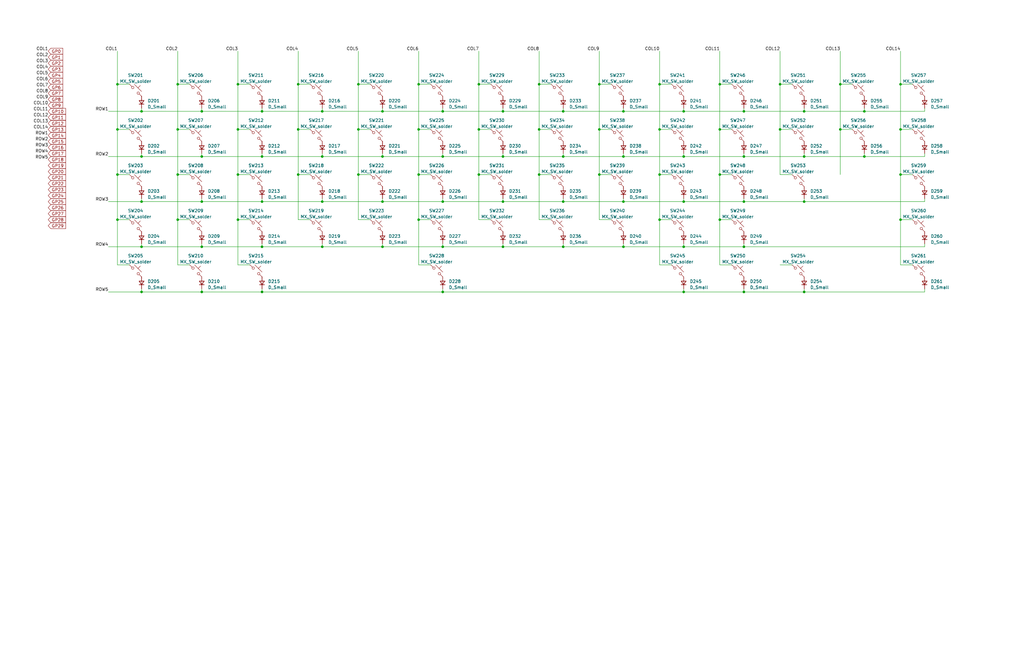
<source format=kicad_sch>
(kicad_sch (version 20231120) (generator "eeschema") (generator_version "8.0")
  (paper "B")
  (lib_symbols
    (symbol "Device:D_Small" (pin_numbers hide) (pin_names (offset 0.254) hide)
      (property "Reference" "D" (at -1.27 2.032 0))
      (property "Value" "D_Small" (at -3.81 -2.032 0))
      (symbol "D_Small_1_1"
        (pin passive line (at -2.54 0 0) (length 1.778) (name "K") (number "1"))
        (pin passive line (at 2.54 0 180) (length 1.778) (name "A") (number "2"))
      )
    )
    (symbol "marbastlib-mx:MX_SW_solder" (pin_numbers hide) (pin_names (offset 1.016) hide)
      (property "Reference" "SW" (at 3.048 1.016 0))
      (property "Value" "MX_SW_solder" (at 0 -3.81 0))
      (symbol "MX_SW_solder_0_1"
        (pin passive line (at -2.54 2.54 0) (length 0) (name "1") (number "1"))
        (pin passive line (at 2.54 -2.54 180) (length 0) (name "2") (number "2"))
      )
    )
  )
  (junction (at 227.33 73.66))
  (junction (at 135.89 85.09))
  (junction (at 303.53 73.66))
  (junction (at 125.73 54.61))
  (junction (at 364.49 46.99))
  (junction (at 151.13 73.66))
  (junction (at 227.33 54.61))
  (junction (at 151.13 54.61))
  (junction (at 151.13 35.56))
  (junction (at 379.73 73.66))
  (junction (at 288.29 66.04))
  (junction (at 278.13 35.56))
  (junction (at 212.09 85.09))
  (junction (at 85.09 66.04))
  (junction (at 354.33 54.61))
  (junction (at 212.09 46.99))
  (junction (at 364.49 66.04))
  (junction (at 339.09 46.99))
  (junction (at 262.89 66.04))
  (junction (at 161.29 85.09))
  (junction (at 186.69 104.14))
  (junction (at 161.29 46.99))
  (junction (at 313.69 123.19))
  (junction (at 262.89 104.14))
  (junction (at 212.09 66.04))
  (junction (at 85.09 85.09))
  (junction (at 176.53 73.66))
  (junction (at 278.13 92.71))
  (junction (at 339.09 66.04))
  (junction (at 161.29 66.04))
  (junction (at 278.13 73.66))
  (junction (at 252.73 54.61))
  (junction (at 288.29 104.14))
  (junction (at 110.49 104.14))
  (junction (at 303.53 92.71))
  (junction (at 237.49 66.04))
  (junction (at 379.73 92.71))
  (junction (at 237.49 46.99))
  (junction (at 59.69 66.04))
  (junction (at 303.53 54.61))
  (junction (at 237.49 85.09))
  (junction (at 237.49 104.14))
  (junction (at 74.93 35.56))
  (junction (at 313.69 85.09))
  (junction (at 212.09 104.14))
  (junction (at 161.29 104.14))
  (junction (at 201.93 35.56))
  (junction (at 125.73 73.66))
  (junction (at 85.09 46.99))
  (junction (at 262.89 46.99))
  (junction (at 328.93 54.61))
  (junction (at 288.29 85.09))
  (junction (at 354.33 35.56))
  (junction (at 74.93 73.66))
  (junction (at 110.49 46.99))
  (junction (at 74.93 92.71))
  (junction (at 85.09 104.14))
  (junction (at 328.93 35.56))
  (junction (at 135.89 66.04))
  (junction (at 110.49 66.04))
  (junction (at 186.69 123.19))
  (junction (at 186.69 46.99))
  (junction (at 176.53 35.56))
  (junction (at 100.33 92.71))
  (junction (at 49.53 92.71))
  (junction (at 100.33 35.56))
  (junction (at 288.29 46.99))
  (junction (at 262.89 85.09))
  (junction (at 100.33 73.66))
  (junction (at 201.93 73.66))
  (junction (at 176.53 92.71))
  (junction (at 339.09 85.09))
  (junction (at 49.53 35.56))
  (junction (at 110.49 85.09))
  (junction (at 74.93 54.61))
  (junction (at 135.89 104.14))
  (junction (at 110.49 123.19))
  (junction (at 59.69 123.19))
  (junction (at 59.69 104.14))
  (junction (at 313.69 46.99))
  (junction (at 49.53 54.61))
  (junction (at 313.69 104.14))
  (junction (at 135.89 46.99))
  (junction (at 176.53 54.61))
  (junction (at 125.73 35.56))
  (junction (at 59.69 85.09))
  (junction (at 85.09 123.19))
  (junction (at 186.69 85.09))
  (junction (at 278.13 54.61))
  (junction (at 59.69 46.99))
  (junction (at 227.33 35.56))
  (junction (at 288.29 123.19))
  (junction (at 379.73 35.56))
  (junction (at 186.69 66.04))
  (junction (at 303.53 35.56))
  (junction (at 379.73 54.61))
  (junction (at 339.09 123.19))
  (junction (at 49.53 73.66))
  (junction (at 252.73 35.56))
  (junction (at 100.33 54.61))
  (junction (at 252.73 73.66))
  (junction (at 201.93 54.61))
  (junction (at 313.69 66.04))
  (wire (pts (xy 125.73 21.59) (xy 125.73 35.56)))
  (wire (pts (xy 151.13 73.66) (xy 156.21 73.66)))
  (wire (pts (xy 100.33 21.59) (xy 100.33 35.56)))
  (wire (pts (xy 237.49 104.14) (xy 237.49 102.87)))
  (wire (pts (xy 227.33 92.71) (xy 227.33 73.66)))
  (wire (pts (xy 110.49 104.14) (xy 135.89 104.14)))
  (wire (pts (xy 59.69 85.09) (xy 85.09 85.09)))
  (wire (pts (xy 237.49 104.14) (xy 262.89 104.14)))
  (wire (pts (xy 186.69 85.09) (xy 212.09 85.09)))
  (wire (pts (xy 379.73 111.76) (xy 379.73 92.71)))
  (wire (pts (xy 201.93 54.61) (xy 201.93 73.66)))
  (wire (pts (xy 262.89 66.04) (xy 262.89 64.77)))
  (wire (pts (xy 186.69 104.14) (xy 186.69 102.87)))
  (wire (pts (xy 135.89 46.99) (xy 161.29 46.99)))
  (wire (pts (xy 379.73 92.71) (xy 379.73 73.66)))
  (wire (pts (xy 100.33 35.56) (xy 105.41 35.56)))
  (wire (pts (xy 161.29 85.09) (xy 186.69 85.09)))
  (wire (pts (xy 85.09 66.04) (xy 110.49 66.04)))
  (wire (pts (xy 313.69 83.82) (xy 313.69 85.09)))
  (wire (pts (xy 278.13 35.56) (xy 283.21 35.56)))
  (wire (pts (xy 151.13 21.59) (xy 151.13 35.56)))
  (wire (pts (xy 237.49 83.82) (xy 237.49 85.09)))
  (wire (pts (xy 59.69 123.19) (xy 59.69 121.92)))
  (wire (pts (xy 212.09 83.82) (xy 212.09 85.09)))
  (wire (pts (xy 288.29 66.04) (xy 288.29 64.77)))
  (wire (pts (xy 135.89 66.04) (xy 161.29 66.04)))
  (wire (pts (xy 110.49 66.04) (xy 110.49 64.77)))
  (wire (pts (xy 384.81 92.71) (xy 379.73 92.71)))
  (wire (pts (xy 379.73 21.59) (xy 379.73 35.56)))
  (wire (pts (xy 201.93 21.59) (xy 201.93 35.56)))
  (wire (pts (xy 212.09 104.14) (xy 237.49 104.14)))
  (wire (pts (xy 45.72 104.14) (xy 59.69 104.14)))
  (wire (pts (xy 313.69 46.99) (xy 339.09 46.99)))
  (wire (pts (xy 212.09 66.04) (xy 237.49 66.04)))
  (wire (pts (xy 49.53 35.56) (xy 54.61 35.56)))
  (wire (pts (xy 252.73 92.71) (xy 252.73 73.66)))
  (wire (pts (xy 278.13 54.61) (xy 278.13 73.66)))
  (wire (pts (xy 156.21 92.71) (xy 151.13 92.71)))
  (wire (pts (xy 125.73 35.56) (xy 130.81 35.56)))
  (wire (pts (xy 252.73 35.56) (xy 257.81 35.56)))
  (wire (pts (xy 207.01 92.71) (xy 201.93 92.71)))
  (wire (pts (xy 110.49 123.19) (xy 186.69 123.19)))
  (wire (pts (xy 59.69 104.14) (xy 59.69 102.87)))
  (wire (pts (xy 252.73 21.59) (xy 252.73 35.56)))
  (wire (pts (xy 334.01 111.76) (xy 328.93 111.76)))
  (wire (pts (xy 237.49 45.72) (xy 237.49 46.99)))
  (wire (pts (xy 384.81 54.61) (xy 379.73 54.61)))
  (wire (pts (xy 339.09 66.04) (xy 364.49 66.04)))
  (wire (pts (xy 85.09 104.14) (xy 110.49 104.14)))
  (wire (pts (xy 110.49 123.19) (xy 110.49 121.92)))
  (wire (pts (xy 176.53 54.61) (xy 176.53 35.56)))
  (wire (pts (xy 389.89 83.82) (xy 389.89 85.09)))
  (wire (pts (xy 232.41 54.61) (xy 227.33 54.61)))
  (wire (pts (xy 262.89 85.09) (xy 288.29 85.09)))
  (wire (pts (xy 59.69 83.82) (xy 59.69 85.09)))
  (wire (pts (xy 186.69 83.82) (xy 186.69 85.09)))
  (wire (pts (xy 237.49 85.09) (xy 262.89 85.09)))
  (wire (pts (xy 313.69 66.04) (xy 339.09 66.04)))
  (wire (pts (xy 135.89 45.72) (xy 135.89 46.99)))
  (wire (pts (xy 313.69 45.72) (xy 313.69 46.99)))
  (wire (pts (xy 328.93 54.61) (xy 328.93 73.66)))
  (wire (pts (xy 283.21 111.76) (xy 278.13 111.76)))
  (wire (pts (xy 59.69 123.19) (xy 85.09 123.19)))
  (wire (pts (xy 110.49 83.82) (xy 110.49 85.09)))
  (wire (pts (xy 59.69 46.99) (xy 85.09 46.99)))
  (wire (pts (xy 186.69 45.72) (xy 186.69 46.99)))
  (wire (pts (xy 49.53 54.61) (xy 49.53 73.66)))
  (wire (pts (xy 262.89 104.14) (xy 288.29 104.14)))
  (wire (pts (xy 288.29 85.09) (xy 313.69 85.09)))
  (wire (pts (xy 227.33 54.61) (xy 227.33 35.56)))
  (wire (pts (xy 207.01 54.61) (xy 201.93 54.61)))
  (wire (pts (xy 176.53 111.76) (xy 176.53 92.71)))
  (wire (pts (xy 45.72 46.99) (xy 59.69 46.99)))
  (wire (pts (xy 80.01 54.61) (xy 74.93 54.61)))
  (wire (pts (xy 125.73 73.66) (xy 130.81 73.66)))
  (wire (pts (xy 161.29 46.99) (xy 186.69 46.99)))
  (wire (pts (xy 74.93 73.66) (xy 80.01 73.66)))
  (wire (pts (xy 278.13 111.76) (xy 278.13 92.71)))
  (wire (pts (xy 110.49 66.04) (xy 135.89 66.04)))
  (wire (pts (xy 186.69 104.14) (xy 212.09 104.14)))
  (wire (pts (xy 328.93 54.61) (xy 328.93 35.56)))
  (wire (pts (xy 364.49 46.99) (xy 389.89 46.99)))
  (wire (pts (xy 354.33 54.61) (xy 354.33 73.66)))
  (wire (pts (xy 303.53 35.56) (xy 308.61 35.56)))
  (wire (pts (xy 288.29 123.19) (xy 288.29 121.92)))
  (wire (pts (xy 80.01 111.76) (xy 74.93 111.76)))
  (wire (pts (xy 389.89 123.19) (xy 389.89 121.92)))
  (wire (pts (xy 59.69 104.14) (xy 85.09 104.14)))
  (wire (pts (xy 100.33 111.76) (xy 100.33 92.71)))
  (wire (pts (xy 49.53 111.76) (xy 49.53 92.71)))
  (wire (pts (xy 308.61 54.61) (xy 303.53 54.61)))
  (wire (pts (xy 85.09 45.72) (xy 85.09 46.99)))
  (wire (pts (xy 186.69 66.04) (xy 212.09 66.04)))
  (wire (pts (xy 339.09 66.04) (xy 339.09 64.77)))
  (wire (pts (xy 278.13 73.66) (xy 283.21 73.66)))
  (wire (pts (xy 100.33 73.66) (xy 105.41 73.66)))
  (wire (pts (xy 384.81 111.76) (xy 379.73 111.76)))
  (wire (pts (xy 303.53 92.71) (xy 303.53 73.66)))
  (wire (pts (xy 186.69 123.19) (xy 186.69 121.92)))
  (wire (pts (xy 313.69 104.14) (xy 389.89 104.14)))
  (wire (pts (xy 85.09 85.09) (xy 110.49 85.09)))
  (wire (pts (xy 105.41 92.71) (xy 100.33 92.71)))
  (wire (pts (xy 262.89 46.99) (xy 288.29 46.99)))
  (wire (pts (xy 135.89 104.14) (xy 161.29 104.14)))
  (wire (pts (xy 74.93 92.71) (xy 74.93 73.66)))
  (wire (pts (xy 54.61 54.61) (xy 49.53 54.61)))
  (wire (pts (xy 227.33 73.66) (xy 232.41 73.66)))
  (wire (pts (xy 339.09 83.82) (xy 339.09 85.09)))
  (wire (pts (xy 49.53 54.61) (xy 49.53 35.56)))
  (wire (pts (xy 303.53 111.76) (xy 303.53 92.71)))
  (wire (pts (xy 339.09 46.99) (xy 364.49 46.99)))
  (wire (pts (xy 288.29 45.72) (xy 288.29 46.99)))
  (wire (pts (xy 49.53 92.71) (xy 49.53 73.66)))
  (wire (pts (xy 257.81 92.71) (xy 252.73 92.71)))
  (wire (pts (xy 237.49 66.04) (xy 262.89 66.04)))
  (wire (pts (xy 227.33 54.61) (xy 227.33 73.66)))
  (wire (pts (xy 151.13 92.71) (xy 151.13 73.66)))
  (wire (pts (xy 359.41 54.61) (xy 354.33 54.61)))
  (wire (pts (xy 186.69 123.19) (xy 288.29 123.19)))
  (wire (pts (xy 74.93 54.61) (xy 74.93 73.66)))
  (wire (pts (xy 308.61 111.76) (xy 303.53 111.76)))
  (wire (pts (xy 54.61 111.76) (xy 49.53 111.76)))
  (wire (pts (xy 85.09 104.14) (xy 85.09 102.87)))
  (wire (pts (xy 212.09 45.72) (xy 212.09 46.99)))
  (wire (pts (xy 110.49 46.99) (xy 135.89 46.99)))
  (wire (pts (xy 74.93 54.61) (xy 74.93 35.56)))
  (wire (pts (xy 161.29 66.04) (xy 161.29 64.77)))
  (wire (pts (xy 100.33 54.61) (xy 100.33 35.56)))
  (wire (pts (xy 339.09 123.19) (xy 389.89 123.19)))
  (wire (pts (xy 303.53 54.61) (xy 303.53 73.66)))
  (wire (pts (xy 100.33 54.61) (xy 100.33 73.66)))
  (wire (pts (xy 74.93 35.56) (xy 80.01 35.56)))
  (wire (pts (xy 364.49 45.72) (xy 364.49 46.99)))
  (wire (pts (xy 130.81 54.61) (xy 125.73 54.61)))
  (wire (pts (xy 278.13 92.71) (xy 278.13 73.66)))
  (wire (pts (xy 262.89 66.04) (xy 288.29 66.04)))
  (wire (pts (xy 85.09 123.19) (xy 85.09 121.92)))
  (wire (pts (xy 176.53 35.56) (xy 181.61 35.56)))
  (wire (pts (xy 379.73 35.56) (xy 384.81 35.56)))
  (wire (pts (xy 49.53 21.59) (xy 49.53 35.56)))
  (wire (pts (xy 201.93 35.56) (xy 207.01 35.56)))
  (wire (pts (xy 151.13 54.61) (xy 151.13 35.56)))
  (wire (pts (xy 110.49 45.72) (xy 110.49 46.99)))
  (wire (pts (xy 161.29 104.14) (xy 161.29 102.87)))
  (wire (pts (xy 288.29 123.19) (xy 313.69 123.19)))
  (wire (pts (xy 74.93 21.59) (xy 74.93 35.56)))
  (wire (pts (xy 176.53 92.71) (xy 176.53 73.66)))
  (wire (pts (xy 135.89 83.82) (xy 135.89 85.09)))
  (wire (pts (xy 110.49 104.14) (xy 110.49 102.87)))
  (wire (pts (xy 237.49 66.04) (xy 237.49 64.77)))
  (wire (pts (xy 212.09 66.04) (xy 212.09 64.77)))
  (wire (pts (xy 328.93 35.56) (xy 334.01 35.56)))
  (wire (pts (xy 262.89 83.82) (xy 262.89 85.09)))
  (wire (pts (xy 105.41 111.76) (xy 100.33 111.76)))
  (wire (pts (xy 125.73 54.61) (xy 125.73 73.66)))
  (wire (pts (xy 227.33 35.56) (xy 232.41 35.56)))
  (wire (pts (xy 227.33 21.59) (xy 227.33 35.56)))
  (wire (pts (xy 130.81 92.71) (xy 125.73 92.71)))
  (wire (pts (xy 85.09 83.82) (xy 85.09 85.09)))
  (wire (pts (xy 379.73 54.61) (xy 379.73 35.56)))
  (wire (pts (xy 176.53 73.66) (xy 181.61 73.66)))
  (wire (pts (xy 151.13 35.56) (xy 156.21 35.56)))
  (wire (pts (xy 161.29 45.72) (xy 161.29 46.99)))
  (wire (pts (xy 85.09 46.99) (xy 110.49 46.99)))
  (wire (pts (xy 49.53 73.66) (xy 54.61 73.66)))
  (wire (pts (xy 303.53 54.61) (xy 303.53 35.56)))
  (wire (pts (xy 288.29 66.04) (xy 313.69 66.04)))
  (wire (pts (xy 45.72 123.19) (xy 59.69 123.19)))
  (wire (pts (xy 288.29 46.99) (xy 313.69 46.99)))
  (wire (pts (xy 176.53 54.61) (xy 176.53 73.66)))
  (wire (pts (xy 212.09 85.09) (xy 237.49 85.09)))
  (wire (pts (xy 59.69 66.04) (xy 85.09 66.04)))
  (wire (pts (xy 288.29 104.14) (xy 313.69 104.14)))
  (wire (pts (xy 212.09 46.99) (xy 237.49 46.99)))
  (wire (pts (xy 135.89 85.09) (xy 161.29 85.09)))
  (wire (pts (xy 354.33 21.59) (xy 354.33 35.56)))
  (wire (pts (xy 303.53 21.59) (xy 303.53 35.56)))
  (wire (pts (xy 354.33 54.61) (xy 354.33 35.56)))
  (wire (pts (xy 176.53 21.59) (xy 176.53 35.56)))
  (wire (pts (xy 105.41 54.61) (xy 100.33 54.61)))
  (wire (pts (xy 237.49 46.99) (xy 262.89 46.99)))
  (wire (pts (xy 313.69 66.04) (xy 313.69 64.77)))
  (wire (pts (xy 186.69 46.99) (xy 212.09 46.99)))
  (wire (pts (xy 389.89 45.72) (xy 389.89 46.99)))
  (wire (pts (xy 364.49 66.04) (xy 389.89 66.04)))
  (wire (pts (xy 257.81 54.61) (xy 252.73 54.61)))
  (wire (pts (xy 181.61 111.76) (xy 176.53 111.76)))
  (wire (pts (xy 74.93 111.76) (xy 74.93 92.71)))
  (wire (pts (xy 54.61 92.71) (xy 49.53 92.71)))
  (wire (pts (xy 313.69 123.19) (xy 339.09 123.19)))
  (wire (pts (xy 161.29 104.14) (xy 186.69 104.14)))
  (wire (pts (xy 59.69 66.04) (xy 59.69 64.77)))
  (wire (pts (xy 379.73 73.66) (xy 384.81 73.66)))
  (wire (pts (xy 313.69 104.14) (xy 313.69 102.87)))
  (wire (pts (xy 80.01 92.71) (xy 74.93 92.71)))
  (wire (pts (xy 379.73 54.61) (xy 379.73 73.66)))
  (wire (pts (xy 313.69 123.19) (xy 313.69 121.92)))
  (wire (pts (xy 135.89 104.14) (xy 135.89 102.87)))
  (wire (pts (xy 278.13 54.61) (xy 278.13 35.56)))
  (wire (pts (xy 334.01 54.61) (xy 328.93 54.61)))
  (wire (pts (xy 232.41 92.71) (xy 227.33 92.71)))
  (wire (pts (xy 288.29 104.14) (xy 288.29 102.87)))
  (wire (pts (xy 389.89 104.14) (xy 389.89 102.87)))
  (wire (pts (xy 45.72 66.04) (xy 59.69 66.04)))
  (wire (pts (xy 389.89 66.04) (xy 389.89 64.77)))
  (wire (pts (xy 186.69 66.04) (xy 186.69 64.77)))
  (wire (pts (xy 308.61 92.71) (xy 303.53 92.71)))
  (wire (pts (xy 156.21 54.61) (xy 151.13 54.61)))
  (wire (pts (xy 212.09 104.14) (xy 212.09 102.87)))
  (wire (pts (xy 201.93 54.61) (xy 201.93 35.56)))
  (wire (pts (xy 59.69 45.72) (xy 59.69 46.99)))
  (wire (pts (xy 252.73 73.66) (xy 257.81 73.66)))
  (wire (pts (xy 181.61 92.71) (xy 176.53 92.71)))
  (wire (pts (xy 339.09 123.19) (xy 339.09 121.92)))
  (wire (pts (xy 364.49 66.04) (xy 364.49 64.77)))
  (wire (pts (xy 151.13 54.61) (xy 151.13 73.66)))
  (wire (pts (xy 339.09 85.09) (xy 389.89 85.09)))
  (wire (pts (xy 288.29 83.82) (xy 288.29 85.09)))
  (wire (pts (xy 201.93 73.66) (xy 207.01 73.66)))
  (wire (pts (xy 303.53 73.66) (xy 308.61 73.66)))
  (wire (pts (xy 252.73 54.61) (xy 252.73 73.66)))
  (wire (pts (xy 125.73 54.61) (xy 125.73 35.56)))
  (wire (pts (xy 100.33 92.71) (xy 100.33 73.66)))
  (wire (pts (xy 262.89 45.72) (xy 262.89 46.99)))
  (wire (pts (xy 313.69 85.09) (xy 339.09 85.09)))
  (wire (pts (xy 201.93 92.71) (xy 201.93 73.66)))
  (wire (pts (xy 125.73 92.71) (xy 125.73 73.66)))
  (wire (pts (xy 110.49 85.09) (xy 135.89 85.09)))
  (wire (pts (xy 328.93 73.66) (xy 334.01 73.66)))
  (wire (pts (xy 85.09 123.19) (xy 110.49 123.19)))
  (wire (pts (xy 85.09 66.04) (xy 85.09 64.77)))
  (wire (pts (xy 135.89 66.04) (xy 135.89 64.77)))
  (wire (pts (xy 161.29 83.82) (xy 161.29 85.09)))
  (wire (pts (xy 278.13 21.59) (xy 278.13 35.56)))
  (wire (pts (xy 181.61 54.61) (xy 176.53 54.61)))
  (wire (pts (xy 45.72 85.09) (xy 59.69 85.09)))
  (wire (pts (xy 252.73 54.61) (xy 252.73 35.56)))
  (wire (pts (xy 283.21 54.61) (xy 278.13 54.61)))
  (wire (pts (xy 262.89 104.14) (xy 262.89 102.87)))
  (wire (pts (xy 354.33 35.56) (xy 359.41 35.56)))
  (wire (pts (xy 283.21 92.71) (xy 278.13 92.71)))
  (wire (pts (xy 328.93 21.59) (xy 328.93 35.56)))
  (wire (pts (xy 161.29 66.04) (xy 186.69 66.04)))
  (wire (pts (xy 339.09 45.72) (xy 339.09 46.99)))
  (label "COL1" (at 20.32 21.59 180))
  (label "ROW2" (at 45.72 66.04 180))
  (label "COL11" (at 20.32 46.99 180))
  (label "COL2" (at 20.32 24.13 180))
  (label "COL13" (at 20.32 52.07 180))
  (label "COL12" (at 328.93 21.59 180))
  (label "ROW2" (at 20.32 59.69 180))
  (label "COL2" (at 74.93 21.59 180))
  (label "COL4" (at 125.73 21.59 180))
  (label "COL5" (at 151.13 21.59 180))
  (label "COL9" (at 20.32 41.91 180))
  (label "ROW4" (at 45.72 104.14 180))
  (label "ROW3" (at 20.32 62.23 180))
  (label "COL13" (at 354.33 21.59 180))
  (label "COL14" (at 20.32 54.61 180))
  (label "COL6" (at 176.53 21.59 180))
  (label "ROW1" (at 45.72 46.99 180))
  (label "COL4" (at 20.32 29.21 180))
  (label "COL9" (at 252.73 21.59 180))
  (label "COL12" (at 20.32 49.53 180))
  (label "COL11" (at 303.53 21.59 180))
  (label "COL7" (at 201.93 21.59 180))
  (label "COL1" (at 49.53 21.59 180))
  (label "COL8" (at 20.32 39.37 180))
  (label "COL7" (at 20.32 36.83 180))
  (label "COL3" (at 100.33 21.59 180))
  (label "ROW5" (at 45.72 123.19 180))
  (label "ROW4" (at 20.32 64.77 180))
  (label "ROW1" (at 20.32 57.15 180))
  (label "COL10" (at 20.32 44.45 180))
  (label "COL6" (at 20.32 34.29 180))
  (label "COL3" (at 20.32 26.67 180))
  (label "COL8" (at 227.33 21.59 180))
  (label "COL10" (at 278.13 21.59 180))
  (label "ROW5" (at 20.32 67.31 180))
  (label "COL14" (at 379.73 21.59 180))
  (label "ROW3" (at 45.72 85.09 180))
  (label "COL5" (at 20.32 31.75 180))
  (global_label "GP18" (shape input) (at 20.32 67.31 0) (property "Intersheetrefs" "${INTERSHEET_REFS}" (effects (hide yes))))
  (global_label "GP15" (shape input) (at 20.32 59.69 0) (property "Intersheetrefs" "${INTERSHEET_REFS}" (effects (hide yes))))
  (global_label "GP6" (shape input) (at 20.32 36.83 0) (property "Intersheetrefs" "${INTERSHEET_REFS}" (effects (hide yes))))
  (global_label "GP13" (shape input) (at 20.32 54.61 0) (property "Intersheetrefs" "${INTERSHEET_REFS}" (effects (hide yes))))
  (global_label "GP12" (shape input) (at 20.32 52.07 0) (property "Intersheetrefs" "${INTERSHEET_REFS}" (effects (hide yes))))
  (global_label "GP7" (shape input) (at 20.32 39.37 0) (property "Intersheetrefs" "${INTERSHEET_REFS}" (effects (hide yes))))
  (global_label "GP14" (shape input) (at 20.32 57.15 0) (property "Intersheetrefs" "${INTERSHEET_REFS}" (effects (hide yes))))
  (global_label "GP23" (shape input) (at 20.32 80.01 0) (property "Intersheetrefs" "${INTERSHEET_REFS}" (effects (hide yes))))
  (global_label "GP11" (shape input) (at 20.32 49.53 0) (property "Intersheetrefs" "${INTERSHEET_REFS}" (effects (hide yes))))
  (global_label "GP22" (shape input) (at 20.32 77.47 0) (property "Intersheetrefs" "${INTERSHEET_REFS}" (effects (hide yes))))
  (global_label "GP29" (shape input) (at 20.32 95.25 0) (property "Intersheetrefs" "${INTERSHEET_REFS}" (effects (hide yes))))
  (global_label "GP3" (shape input) (at 20.32 29.21 0) (property "Intersheetrefs" "${INTERSHEET_REFS}" (effects (hide yes))))
  (global_label "GP26" (shape input) (at 20.32 87.63 0) (property "Intersheetrefs" "${INTERSHEET_REFS}" (effects (hide yes))))
  (global_label "GP16" (shape input) (at 20.32 62.23 0) (property "Intersheetrefs" "${INTERSHEET_REFS}" (effects (hide yes))))
  (global_label "GP20" (shape input) (at 20.32 72.39 0) (property "Intersheetrefs" "${INTERSHEET_REFS}" (effects (hide yes))))
  (global_label "GP28" (shape input) (at 20.32 92.71 0) (property "Intersheetrefs" "${INTERSHEET_REFS}" (effects (hide yes))))
  (global_label "GP21" (shape input) (at 20.32 74.93 0) (property "Intersheetrefs" "${INTERSHEET_REFS}" (effects (hide yes))))
  (global_label "GP1" (shape input) (at 20.32 24.13 0) (property "Intersheetrefs" "${INTERSHEET_REFS}" (effects (hide yes))))
  (global_label "GP2" (shape input) (at 20.32 26.67 0) (property "Intersheetrefs" "${INTERSHEET_REFS}" (effects (hide yes))))
  (global_label "GP24" (shape input) (at 20.32 82.55 0) (property "Intersheetrefs" "${INTERSHEET_REFS}" (effects (hide yes))))
  (global_label "GP17" (shape input) (at 20.32 64.77 0) (property "Intersheetrefs" "${INTERSHEET_REFS}" (effects (hide yes))))
  (global_label "GP5" (shape input) (at 20.32 34.29 0) (property "Intersheetrefs" "${INTERSHEET_REFS}" (effects (hide yes))))
  (global_label "GP8" (shape input) (at 20.32 41.91 0) (property "Intersheetrefs" "${INTERSHEET_REFS}" (effects (hide yes))))
  (global_label "GP25" (shape input) (at 20.32 85.09 0) (property "Intersheetrefs" "${INTERSHEET_REFS}" (effects (hide yes))))
  (global_label "GP4" (shape input) (at 20.32 31.75 0) (property "Intersheetrefs" "${INTERSHEET_REFS}" (effects (hide yes))))
  (global_label "GP0" (shape input) (at 20.32 21.59 0) (property "Intersheetrefs" "${INTERSHEET_REFS}" (effects (hide yes))))
  (global_label "GP9" (shape input) (at 20.32 44.45 0) (property "Intersheetrefs" "${INTERSHEET_REFS}" (effects (hide yes))))
  (global_label "GP10" (shape input) (at 20.32 46.99 0) (property "Intersheetrefs" "${INTERSHEET_REFS}" (effects (hide yes))))
  (global_label "GP27" (shape input) (at 20.32 90.17 0) (property "Intersheetrefs" "${INTERSHEET_REFS}" (effects (hide yes))))
  (global_label "GP19" (shape input) (at 20.32 69.85 0) (property "Intersheetrefs" "${INTERSHEET_REFS}" (effects (hide yes))))
  (symbol (lib_id "Device:D_Small") (at 85.09 100.33 90) (unit 1)
    (property "Reference" "D209" (at 87.63 99.695 90) (effects (justify right)))
    (property "Value" "D_Small" (at 87.63 102.235 90) (effects (justify right)))
    (property "Footprint" "Diode_SMD:D_SOD-123" (effects (hide yes)))
    (property "Sim.Device" "D" (effects (hide yes)))
    (property "Sim.Pins" "1=K 2=A" (effects (hide yes)))
    (property "LCSC" "C81598" (effects (hide yes)))
  )
  (symbol (lib_id "Device:D_Small") (at 186.69 81.28 90) (unit 1)
    (property "Reference" "D226" (at 189.23 80.645 90) (effects (justify right)))
    (property "Value" "D_Small" (at 189.23 83.185 90) (effects (justify right)))
    (property "Footprint" "Diode_SMD:D_SOD-123" (effects (hide yes)))
    (property "Sim.Device" "D" (effects (hide yes)))
    (property "Sim.Pins" "1=K 2=A" (effects (hide yes)))
    (property "LCSC" "C81598" (effects (hide yes)))
  )
  (symbol (lib_id "Device:D_Small") (at 110.49 43.18 90) (unit 1)
    (property "Reference" "D211" (at 113.03 42.545 90) (effects (justify right)))
    (property "Value" "D_Small" (at 113.03 45.085 90) (effects (justify right)))
    (property "Footprint" "Diode_SMD:D_SOD-123" (effects (hide yes)))
    (property "Sim.Device" "D" (effects (hide yes)))
    (property "Sim.Pins" "1=K 2=A" (effects (hide yes)))
    (property "LCSC" "C81598" (effects (hide yes)))
  )
  (symbol (lib_id "Device:D_Small") (at 186.69 43.18 90) (unit 1)
    (property "Reference" "D224" (at 189.23 42.545 90) (effects (justify right)))
    (property "Value" "D_Small" (at 189.23 45.085 90) (effects (justify right)))
    (property "Footprint" "Diode_SMD:D_SOD-123" (effects (hide yes)))
    (property "Sim.Device" "D" (effects (hide yes)))
    (property "Sim.Pins" "1=K 2=A" (effects (hide yes)))
    (property "LCSC" "C81598" (effects (hide yes)))
  )
  (symbol (lib_id "Device:D_Small") (at 262.89 81.28 90) (unit 1)
    (property "Reference" "D239" (at 265.43 80.645 90) (effects (justify right)))
    (property "Value" "D_Small" (at 265.43 83.185 90) (effects (justify right)))
    (property "Footprint" "Diode_SMD:D_SOD-123" (effects (hide yes)))
    (property "Sim.Device" "D" (effects (hide yes)))
    (property "Sim.Pins" "1=K 2=A" (effects (hide yes)))
    (property "LCSC" "C81598" (effects (hide yes)))
  )
  (symbol (lib_id "marbastlib-mx:MX_SW_solder") (at 82.55 114.3 0) (unit 1)
    (property "Reference" "SW210" (at 82.55 107.95 0))
    (property "Value" "MX_SW_solder" (at 82.55 110.49 0))
    (property "Footprint" "marbastlib-mx:SW_MX_1u" (effects (hide yes)))
  )
  (symbol (lib_id "marbastlib-mx:MX_SW_solder") (at 184.15 38.1 0) (unit 1)
    (property "Reference" "SW224" (at 184.15 31.75 0))
    (property "Value" "MX_SW_solder" (at 184.15 34.29 0))
    (property "Footprint" "marbastlib-mx:SW_MX_1u" (effects (hide yes)))
  )
  (symbol (lib_id "Device:D_Small") (at 389.89 100.33 90) (unit 1)
    (property "Reference" "D260" (at 392.43 99.695 90) (effects (justify right)))
    (property "Value" "D_Small" (at 392.43 102.235 90) (effects (justify right)))
    (property "Footprint" "Diode_SMD:D_SOD-123" (effects (hide yes)))
    (property "Sim.Device" "D" (effects (hide yes)))
    (property "Sim.Pins" "1=K 2=A" (effects (hide yes)))
    (property "LCSC" "C81598" (effects (hide yes)))
  )
  (symbol (lib_id "marbastlib-mx:MX_SW_solder") (at 260.35 57.15 0) (unit 1)
    (property "Reference" "SW238" (at 260.35 50.8 0))
    (property "Value" "MX_SW_solder" (at 260.35 53.34 0))
    (property "Footprint" "marbastlib-mx:SW_MX_1u" (effects (hide yes)))
  )
  (symbol (lib_id "marbastlib-mx:MX_SW_solder") (at 209.55 57.15 0) (unit 1)
    (property "Reference" "SW230" (at 209.55 50.8 0))
    (property "Value" "MX_SW_solder" (at 209.55 53.34 0))
    (property "Footprint" "marbastlib-mx:SW_MX_1u" (effects (hide yes)))
  )
  (symbol (lib_id "marbastlib-mx:MX_SW_solder") (at 209.55 38.1 0) (unit 1)
    (property "Reference" "SW229" (at 209.55 31.75 0))
    (property "Value" "MX_SW_solder" (at 209.55 34.29 0))
    (property "Footprint" "marbastlib-mx:SW_MX_1u" (effects (hide yes)))
  )
  (symbol (lib_id "Device:D_Small") (at 288.29 62.23 90) (unit 1)
    (property "Reference" "D242" (at 290.83 61.595 90) (effects (justify right)))
    (property "Value" "D_Small" (at 290.83 64.135 90) (effects (justify right)))
    (property "Footprint" "Diode_SMD:D_SOD-123" (effects (hide yes)))
    (property "Sim.Device" "D" (effects (hide yes)))
    (property "Sim.Pins" "1=K 2=A" (effects (hide yes)))
    (property "LCSC" "C81598" (effects (hide yes)))
  )
  (symbol (lib_id "marbastlib-mx:MX_SW_solder") (at 57.15 38.1 0) (unit 1)
    (property "Reference" "SW201" (at 57.15 31.75 0))
    (property "Value" "MX_SW_solder" (at 57.15 34.29 0))
    (property "Footprint" "marbastlib-mx:SW_MX_1u" (effects (hide yes)))
  )
  (symbol (lib_id "marbastlib-mx:MX_SW_solder") (at 311.15 114.3 0) (unit 1)
    (property "Reference" "SW250" (at 311.15 107.95 0))
    (property "Value" "MX_SW_solder" (at 311.15 110.49 0))
    (property "Footprint" "marbastlib-mx:SW_MX_1u" (effects (hide yes)))
  )
  (symbol (lib_id "Device:D_Small") (at 364.49 43.18 90) (unit 1)
    (property "Reference" "D255" (at 367.03 42.545 90) (effects (justify right)))
    (property "Value" "D_Small" (at 367.03 45.085 90) (effects (justify right)))
    (property "Footprint" "Diode_SMD:D_SOD-123" (effects (hide yes)))
    (property "Sim.Device" "D" (effects (hide yes)))
    (property "Sim.Pins" "1=K 2=A" (effects (hide yes)))
    (property "LCSC" "C81598" (effects (hide yes)))
  )
  (symbol (lib_id "Device:D_Small") (at 212.09 43.18 90) (unit 1)
    (property "Reference" "D229" (at 214.63 42.545 90) (effects (justify right)))
    (property "Value" "D_Small" (at 214.63 45.085 90) (effects (justify right)))
    (property "Footprint" "Diode_SMD:D_SOD-123" (effects (hide yes)))
    (property "Sim.Device" "D" (effects (hide yes)))
    (property "Sim.Pins" "1=K 2=A" (effects (hide yes)))
    (property "LCSC" "C81598" (effects (hide yes)))
  )
  (symbol (lib_id "Device:D_Small") (at 186.69 119.38 90) (unit 1)
    (property "Reference" "D228" (at 189.23 118.745 90) (effects (justify right)))
    (property "Value" "D_Small" (at 189.23 121.285 90) (effects (justify right)))
    (property "Footprint" "Diode_SMD:D_SOD-123" (effects (hide yes)))
    (property "Sim.Device" "D" (effects (hide yes)))
    (property "Sim.Pins" "1=K 2=A" (effects (hide yes)))
    (property "LCSC" "C81598" (effects (hide yes)))
  )
  (symbol (lib_id "marbastlib-mx:MX_SW_solder") (at 387.35 114.3 0) (unit 1)
    (property "Reference" "SW261" (at 387.35 107.95 0))
    (property "Value" "MX_SW_solder" (at 387.35 110.49 0))
    (property "Footprint" "marbastlib-mx:SW_MX_1u" (effects (hide yes)))
  )
  (symbol (lib_id "Device:D_Small") (at 262.89 100.33 90) (unit 1)
    (property "Reference" "D240" (at 265.43 99.695 90) (effects (justify right)))
    (property "Value" "D_Small" (at 265.43 102.235 90) (effects (justify right)))
    (property "Footprint" "Diode_SMD:D_SOD-123" (effects (hide yes)))
    (property "Sim.Device" "D" (effects (hide yes)))
    (property "Sim.Pins" "1=K 2=A" (effects (hide yes)))
    (property "LCSC" "C81598" (effects (hide yes)))
  )
  (symbol (lib_id "Device:D_Small") (at 313.69 43.18 90) (unit 1)
    (property "Reference" "D246" (at 316.23 42.545 90) (effects (justify right)))
    (property "Value" "D_Small" (at 316.23 45.085 90) (effects (justify right)))
    (property "Footprint" "Diode_SMD:D_SOD-123" (effects (hide yes)))
    (property "Sim.Device" "D" (effects (hide yes)))
    (property "Sim.Pins" "1=K 2=A" (effects (hide yes)))
    (property "LCSC" "C81598" (effects (hide yes)))
  )
  (symbol (lib_id "Device:D_Small") (at 110.49 62.23 90) (unit 1)
    (property "Reference" "D212" (at 113.03 61.595 90) (effects (justify right)))
    (property "Value" "D_Small" (at 113.03 64.135 90) (effects (justify right)))
    (property "Footprint" "Diode_SMD:D_SOD-123" (effects (hide yes)))
    (property "Sim.Device" "D" (effects (hide yes)))
    (property "Sim.Pins" "1=K 2=A" (effects (hide yes)))
    (property "LCSC" "C81598" (effects (hide yes)))
  )
  (symbol (lib_id "Device:D_Small") (at 313.69 62.23 90) (unit 1)
    (property "Reference" "D247" (at 316.23 61.595 90) (effects (justify right)))
    (property "Value" "D_Small" (at 316.23 64.135 90) (effects (justify right)))
    (property "Footprint" "Diode_SMD:D_SOD-123" (effects (hide yes)))
    (property "Sim.Device" "D" (effects (hide yes)))
    (property "Sim.Pins" "1=K 2=A" (effects (hide yes)))
    (property "LCSC" "C81598" (effects (hide yes)))
  )
  (symbol (lib_id "Device:D_Small") (at 135.89 81.28 90) (unit 1)
    (property "Reference" "D218" (at 138.43 80.645 90) (effects (justify right)))
    (property "Value" "D_Small" (at 138.43 83.185 90) (effects (justify right)))
    (property "Footprint" "Diode_SMD:D_SOD-123" (effects (hide yes)))
    (property "Sim.Device" "D" (effects (hide yes)))
    (property "Sim.Pins" "1=K 2=A" (effects (hide yes)))
    (property "LCSC" "C81598" (effects (hide yes)))
  )
  (symbol (lib_id "marbastlib-mx:MX_SW_solder") (at 387.35 57.15 0) (unit 1)
    (property "Reference" "SW258" (at 387.35 50.8 0))
    (property "Value" "MX_SW_solder" (at 387.35 53.34 0))
    (property "Footprint" "marbastlib-mx:SW_MX_1u" (effects (hide yes)))
  )
  (symbol (lib_id "Device:D_Small") (at 313.69 100.33 90) (unit 1)
    (property "Reference" "D249" (at 316.23 99.695 90) (effects (justify right)))
    (property "Value" "D_Small" (at 316.23 102.235 90) (effects (justify right)))
    (property "Footprint" "Diode_SMD:D_SOD-123" (effects (hide yes)))
    (property "Sim.Device" "D" (effects (hide yes)))
    (property "Sim.Pins" "1=K 2=A" (effects (hide yes)))
    (property "LCSC" "C81598" (effects (hide yes)))
  )
  (symbol (lib_id "marbastlib-mx:MX_SW_solder") (at 311.15 76.2 0) (unit 1)
    (property "Reference" "SW248" (at 311.15 69.85 0))
    (property "Value" "MX_SW_solder" (at 311.15 72.39 0))
    (property "Footprint" "marbastlib-mx:SW_MX_1u" (effects (hide yes)))
  )
  (symbol (lib_id "marbastlib-mx:MX_SW_solder") (at 184.15 114.3 0) (unit 1)
    (property "Reference" "SW228" (at 184.15 107.95 0))
    (property "Value" "MX_SW_solder" (at 184.15 110.49 0))
    (property "Footprint" "marbastlib-mx:SW_MX_1u" (effects (hide yes)))
  )
  (symbol (lib_id "Device:D_Small") (at 161.29 43.18 90) (unit 1)
    (property "Reference" "D220" (at 163.83 42.545 90) (effects (justify right)))
    (property "Value" "D_Small" (at 163.83 45.085 90) (effects (justify right)))
    (property "Footprint" "Diode_SMD:D_SOD-123" (effects (hide yes)))
    (property "Sim.Device" "D" (effects (hide yes)))
    (property "Sim.Pins" "1=K 2=A" (effects (hide yes)))
    (property "LCSC" "C81598" (effects (hide yes)))
  )
  (symbol (lib_id "marbastlib-mx:MX_SW_solder") (at 82.55 38.1 0) (unit 1)
    (property "Reference" "SW206" (at 82.55 31.75 0))
    (property "Value" "MX_SW_solder" (at 82.55 34.29 0))
    (property "Footprint" "marbastlib-mx:SW_MX_1u" (effects (hide yes)))
  )
  (symbol (lib_id "Device:D_Small") (at 313.69 119.38 90) (unit 1)
    (property "Reference" "D250" (at 316.23 118.745 90) (effects (justify right)))
    (property "Value" "D_Small" (at 316.23 121.285 90) (effects (justify right)))
    (property "Footprint" "Diode_SMD:D_SOD-123" (effects (hide yes)))
    (property "Sim.Device" "D" (effects (hide yes)))
    (property "Sim.Pins" "1=K 2=A" (effects (hide yes)))
    (property "LCSC" "C81598" (effects (hide yes)))
  )
  (symbol (lib_id "marbastlib-mx:MX_SW_solder") (at 57.15 57.15 0) (unit 1)
    (property "Reference" "SW202" (at 57.15 50.8 0))
    (property "Value" "MX_SW_solder" (at 57.15 53.34 0))
    (property "Footprint" "marbastlib-mx:SW_MX_1u" (effects (hide yes)))
  )
  (symbol (lib_id "marbastlib-mx:MX_SW_solder") (at 285.75 76.2 0) (unit 1)
    (property "Reference" "SW243" (at 285.75 69.85 0))
    (property "Value" "MX_SW_solder" (at 285.75 72.39 0))
    (property "Footprint" "marbastlib-mx:SW_MX_1u" (effects (hide yes)))
  )
  (symbol (lib_id "marbastlib-mx:MX_SW_solder") (at 336.55 38.1 0) (unit 1)
    (property "Reference" "SW251" (at 336.55 31.75 0))
    (property "Value" "MX_SW_solder" (at 336.55 34.29 0))
    (property "Footprint" "marbastlib-mx:SW_MX_1u" (effects (hide yes)))
  )
  (symbol (lib_id "marbastlib-mx:MX_SW_solder") (at 387.35 76.2 0) (unit 1)
    (property "Reference" "SW259" (at 387.35 69.85 0))
    (property "Value" "MX_SW_solder" (at 387.35 72.39 0))
    (property "Footprint" "marbastlib-mx:SW_MX_1u" (effects (hide yes)))
  )
  (symbol (lib_id "marbastlib-mx:MX_SW_solder") (at 57.15 95.25 0) (unit 1)
    (property "Reference" "SW204" (at 57.15 88.9 0))
    (property "Value" "MX_SW_solder" (at 57.15 91.44 0))
    (property "Footprint" "marbastlib-mx:SW_MX_1u" (effects (hide yes)))
  )
  (symbol (lib_id "Device:D_Small") (at 135.89 62.23 90) (unit 1)
    (property "Reference" "D217" (at 138.43 61.595 90) (effects (justify right)))
    (property "Value" "D_Small" (at 138.43 64.135 90) (effects (justify right)))
    (property "Footprint" "Diode_SMD:D_SOD-123" (effects (hide yes)))
    (property "Sim.Device" "D" (effects (hide yes)))
    (property "Sim.Pins" "1=K 2=A" (effects (hide yes)))
    (property "LCSC" "C81598" (effects (hide yes)))
  )
  (symbol (lib_id "Device:D_Small") (at 237.49 43.18 90) (unit 1)
    (property "Reference" "D233" (at 240.03 42.545 90) (effects (justify right)))
    (property "Value" "D_Small" (at 240.03 45.085 90) (effects (justify right)))
    (property "Footprint" "Diode_SMD:D_SOD-123" (effects (hide yes)))
    (property "Sim.Device" "D" (effects (hide yes)))
    (property "Sim.Pins" "1=K 2=A" (effects (hide yes)))
    (property "LCSC" "C81598" (effects (hide yes)))
  )
  (symbol (lib_id "marbastlib-mx:MX_SW_solder") (at 234.95 76.2 0) (unit 1)
    (property "Reference" "SW235" (at 234.95 69.85 0))
    (property "Value" "MX_SW_solder" (at 234.95 72.39 0))
    (property "Footprint" "marbastlib-mx:SW_MX_1u" (effects (hide yes)))
  )
  (symbol (lib_id "Device:D_Small") (at 59.69 62.23 90) (unit 1)
    (property "Reference" "D202" (at 62.23 61.595 90) (effects (justify right)))
    (property "Value" "D_Small" (at 62.23 64.135 90) (effects (justify right)))
    (property "Footprint" "Diode_SMD:D_SOD-123" (effects (hide yes)))
    (property "Sim.Device" "D" (effects (hide yes)))
    (property "Sim.Pins" "1=K 2=A" (effects (hide yes)))
    (property "LCSC" "C81598" (effects (hide yes)))
  )
  (symbol (lib_id "marbastlib-mx:MX_SW_solder") (at 387.35 95.25 0) (unit 1)
    (property "Reference" "SW260" (at 387.35 88.9 0))
    (property "Value" "MX_SW_solder" (at 387.35 91.44 0))
    (property "Footprint" "marbastlib-mx:SW_MX_1u" (effects (hide yes)))
  )
  (symbol (lib_id "Device:D_Small") (at 110.49 119.38 90) (unit 1)
    (property "Reference" "D215" (at 113.03 118.745 90) (effects (justify right)))
    (property "Value" "D_Small" (at 113.03 121.285 90) (effects (justify right)))
    (property "Footprint" "Diode_SMD:D_SOD-123" (effects (hide yes)))
    (property "Sim.Device" "D" (effects (hide yes)))
    (property "Sim.Pins" "1=K 2=A" (effects (hide yes)))
    (property "LCSC" "C81598" (effects (hide yes)))
  )
  (symbol (lib_id "Device:D_Small") (at 339.09 81.28 90) (unit 1)
    (property "Reference" "D253" (at 341.63 80.645 90) (effects (justify right)))
    (property "Value" "D_Small" (at 341.63 83.185 90) (effects (justify right)))
    (property "Footprint" "Diode_SMD:D_SOD-123" (effects (hide yes)))
    (property "Sim.Device" "D" (effects (hide yes)))
    (property "Sim.Pins" "1=K 2=A" (effects (hide yes)))
    (property "LCSC" "C81598" (effects (hide yes)))
  )
  (symbol (lib_id "Device:D_Small") (at 237.49 100.33 90) (unit 1)
    (property "Reference" "D236" (at 240.03 99.695 90) (effects (justify right)))
    (property "Value" "D_Small" (at 240.03 102.235 90) (effects (justify right)))
    (property "Footprint" "Diode_SMD:D_SOD-123" (effects (hide yes)))
    (property "Sim.Device" "D" (effects (hide yes)))
    (property "Sim.Pins" "1=K 2=A" (effects (hide yes)))
    (property "LCSC" "C81598" (effects (hide yes)))
  )
  (symbol (lib_id "marbastlib-mx:MX_SW_solder") (at 285.75 114.3 0) (unit 1)
    (property "Reference" "SW245" (at 285.75 107.95 0))
    (property "Value" "MX_SW_solder" (at 285.75 110.49 0))
    (property "Footprint" "marbastlib-mx:SW_MX_1u" (effects (hide yes)))
  )
  (symbol (lib_id "Device:D_Small") (at 85.09 43.18 90) (unit 1)
    (property "Reference" "D206" (at 87.63 42.545 90) (effects (justify right)))
    (property "Value" "D_Small" (at 87.63 45.085 90) (effects (justify right)))
    (property "Footprint" "Diode_SMD:D_SOD-123" (effects (hide yes)))
    (property "Sim.Device" "D" (effects (hide yes)))
    (property "Sim.Pins" "1=K 2=A" (effects (hide yes)))
    (property "LCSC" "C81598" (effects (hide yes)))
  )
  (symbol (lib_id "marbastlib-mx:MX_SW_solder") (at 311.15 95.25 0) (unit 1)
    (property "Reference" "SW249" (at 311.15 88.9 0))
    (property "Value" "MX_SW_solder" (at 311.15 91.44 0))
    (property "Footprint" "marbastlib-mx:SW_MX_1u" (effects (hide yes)))
  )
  (symbol (lib_id "marbastlib-mx:MX_SW_solder") (at 336.55 114.3 0) (unit 1)
    (property "Reference" "SW254" (at 336.55 107.95 0))
    (property "Value" "MX_SW_solder" (at 336.55 110.49 0))
    (property "Footprint" "marbastlib-mx:SW_MX_1u" (effects (hide yes)))
  )
  (symbol (lib_id "marbastlib-mx:MX_SW_solder") (at 285.75 57.15 0) (unit 1)
    (property "Reference" "SW242" (at 285.75 50.8 0))
    (property "Value" "MX_SW_solder" (at 285.75 53.34 0))
    (property "Footprint" "marbastlib-mx:SW_MX_1u" (effects (hide yes)))
  )
  (symbol (lib_id "marbastlib-mx:MX_SW_solder") (at 260.35 38.1 0) (unit 1)
    (property "Reference" "SW237" (at 260.35 31.75 0))
    (property "Value" "MX_SW_solder" (at 260.35 34.29 0))
    (property "Footprint" "marbastlib-mx:SW_MX_1u" (effects (hide yes)))
  )
  (symbol (lib_id "marbastlib-mx:MX_SW_solder") (at 285.75 38.1 0) (unit 1)
    (property "Reference" "SW241" (at 285.75 31.75 0))
    (property "Value" "MX_SW_solder" (at 285.75 34.29 0))
    (property "Footprint" "marbastlib-mx:SW_MX_1u" (effects (hide yes)))
  )
  (symbol (lib_id "Device:D_Small") (at 161.29 81.28 90) (unit 1)
    (property "Reference" "D222" (at 163.83 80.645 90) (effects (justify right)))
    (property "Value" "D_Small" (at 163.83 83.185 90) (effects (justify right)))
    (property "Footprint" "Diode_SMD:D_SOD-123" (effects (hide yes)))
    (property "Sim.Device" "D" (effects (hide yes)))
    (property "Sim.Pins" "1=K 2=A" (effects (hide yes)))
    (property "LCSC" "C81598" (effects (hide yes)))
  )
  (symbol (lib_id "marbastlib-mx:MX_SW_solder") (at 158.75 57.15 0) (unit 1)
    (property "Reference" "SW221" (at 158.75 50.8 0))
    (property "Value" "MX_SW_solder" (at 158.75 53.34 0))
    (property "Footprint" "marbastlib-mx:SW_MX_1u" (effects (hide yes)))
  )
  (symbol (lib_id "Device:D_Small") (at 313.69 81.28 90) (unit 1)
    (property "Reference" "D248" (at 316.23 80.645 90) (effects (justify right)))
    (property "Value" "D_Small" (at 316.23 83.185 90) (effects (justify right)))
    (property "Footprint" "Diode_SMD:D_SOD-123" (effects (hide yes)))
    (property "Sim.Device" "D" (effects (hide yes)))
    (property "Sim.Pins" "1=K 2=A" (effects (hide yes)))
    (property "LCSC" "C81598" (effects (hide yes)))
  )
  (symbol (lib_id "Device:D_Small") (at 339.09 62.23 90) (unit 1)
    (property "Reference" "D252" (at 341.63 61.595 90) (effects (justify right)))
    (property "Value" "D_Small" (at 341.63 64.135 90) (effects (justify right)))
    (property "Footprint" "Diode_SMD:D_SOD-123" (effects (hide yes)))
    (property "Sim.Device" "D" (effects (hide yes)))
    (property "Sim.Pins" "1=K 2=A" (effects (hide yes)))
    (property "LCSC" "C81598" (effects (hide yes)))
  )
  (symbol (lib_id "Device:D_Small") (at 288.29 100.33 90) (unit 1)
    (property "Reference" "D244" (at 290.83 99.695 90) (effects (justify right)))
    (property "Value" "D_Small" (at 290.83 102.235 90) (effects (justify right)))
    (property "Footprint" "Diode_SMD:D_SOD-123" (effects (hide yes)))
    (property "Sim.Device" "D" (effects (hide yes)))
    (property "Sim.Pins" "1=K 2=A" (effects (hide yes)))
    (property "LCSC" "C81598" (effects (hide yes)))
  )
  (symbol (lib_id "marbastlib-mx:MX_SW_solder") (at 133.35 57.15 0) (unit 1)
    (property "Reference" "SW217" (at 133.35 50.8 0))
    (property "Value" "MX_SW_solder" (at 133.35 53.34 0))
    (property "Footprint" "marbastlib-mx:SW_MX_1u" (effects (hide yes)))
  )
  (symbol (lib_id "Device:D_Small") (at 59.69 43.18 90) (unit 1)
    (property "Reference" "D201" (at 62.23 42.545 90) (effects (justify right)))
    (property "Value" "D_Small" (at 62.23 45.085 90) (effects (justify right)))
    (property "Footprint" "Diode_SMD:D_SOD-123" (effects (hide yes)))
    (property "Sim.Device" "D" (effects (hide yes)))
    (property "Sim.Pins" "1=K 2=A" (effects (hide yes)))
    (property "LCSC" "C81598" (effects (hide yes)))
  )
  (symbol (lib_id "Device:D_Small") (at 389.89 81.28 90) (unit 1)
    (property "Reference" "D259" (at 392.43 80.645 90) (effects (justify right)))
    (property "Value" "D_Small" (at 392.43 83.185 90) (effects (justify right)))
    (property "Footprint" "Diode_SMD:D_SOD-123" (effects (hide yes)))
    (property "Sim.Device" "D" (effects (hide yes)))
    (property "Sim.Pins" "1=K 2=A" (effects (hide yes)))
    (property "LCSC" "C81598" (effects (hide yes)))
  )
  (symbol (lib_id "marbastlib-mx:MX_SW_solder") (at 234.95 38.1 0) (unit 1)
    (property "Reference" "SW233" (at 234.95 31.75 0))
    (property "Value" "MX_SW_solder" (at 234.95 34.29 0))
    (property "Footprint" "marbastlib-mx:SW_MX_1u" (effects (hide yes)))
  )
  (symbol (lib_id "Device:D_Small") (at 212.09 100.33 90) (unit 1)
    (property "Reference" "D232" (at 214.63 99.695 90) (effects (justify right)))
    (property "Value" "D_Small" (at 214.63 102.235 90) (effects (justify right)))
    (property "Footprint" "Diode_SMD:D_SOD-123" (effects (hide yes)))
    (property "Sim.Device" "D" (effects (hide yes)))
    (property "Sim.Pins" "1=K 2=A" (effects (hide yes)))
    (property "LCSC" "C81598" (effects (hide yes)))
  )
  (symbol (lib_id "Device:D_Small") (at 288.29 119.38 90) (unit 1)
    (property "Reference" "D245" (at 290.83 118.745 90) (effects (justify right)))
    (property "Value" "D_Small" (at 290.83 121.285 90) (effects (justify right)))
    (property "Footprint" "Diode_SMD:D_SOD-123" (effects (hide yes)))
    (property "Sim.Device" "D" (effects (hide yes)))
    (property "Sim.Pins" "1=K 2=A" (effects (hide yes)))
    (property "LCSC" "C81598" (effects (hide yes)))
  )
  (symbol (lib_id "marbastlib-mx:MX_SW_solder") (at 57.15 114.3 0) (unit 1)
    (property "Reference" "SW205" (at 57.15 107.95 0))
    (property "Value" "MX_SW_solder" (at 57.15 110.49 0))
    (property "Footprint" "marbastlib-mx:SW_MX_1u" (effects (hide yes)))
  )
  (symbol (lib_id "marbastlib-mx:MX_SW_solder") (at 158.75 76.2 0) (unit 1)
    (property "Reference" "SW222" (at 158.75 69.85 0))
    (property "Value" "MX_SW_solder" (at 158.75 72.39 0))
    (property "Footprint" "marbastlib-mx:SW_MX_1u" (effects (hide yes)))
  )
  (symbol (lib_id "marbastlib-mx:MX_SW_solder") (at 82.55 57.15 0) (unit 1)
    (property "Reference" "SW207" (at 82.55 50.8 0))
    (property "Value" "MX_SW_solder" (at 82.55 53.34 0))
    (property "Footprint" "marbastlib-mx:SW_MX_1u" (effects (hide yes)))
  )
  (symbol (lib_id "Device:D_Small") (at 135.89 100.33 90) (unit 1)
    (property "Reference" "D219" (at 138.43 99.695 90) (effects (justify right)))
    (property "Value" "D_Small" (at 138.43 102.235 90) (effects (justify right)))
    (property "Footprint" "Diode_SMD:D_SOD-123" (effects (hide yes)))
    (property "Sim.Device" "D" (effects (hide yes)))
    (property "Sim.Pins" "1=K 2=A" (effects (hide yes)))
    (property "LCSC" "C81598" (effects (hide yes)))
  )
  (symbol (lib_id "marbastlib-mx:MX_SW_solder") (at 107.95 76.2 0) (unit 1)
    (property "Reference" "SW213" (at 107.95 69.85 0))
    (property "Value" "MX_SW_solder" (at 107.95 72.39 0))
    (property "Footprint" "marbastlib-mx:SW_MX_1u" (effects (hide yes)))
  )
  (symbol (lib_id "Device:D_Small") (at 262.89 62.23 90) (unit 1)
    (property "Reference" "D238" (at 265.43 61.595 90) (effects (justify right)))
    (property "Value" "D_Small" (at 265.43 64.135 90) (effects (justify right)))
    (property "Footprint" "Diode_SMD:D_SOD-123" (effects (hide yes)))
    (property "Sim.Device" "D" (effects (hide yes)))
    (property "Sim.Pins" "1=K 2=A" (effects (hide yes)))
    (property "LCSC" "C81598" (effects (hide yes)))
  )
  (symbol (lib_id "Device:D_Small") (at 85.09 119.38 90) (unit 1)
    (property "Reference" "D210" (at 87.63 118.745 90) (effects (justify right)))
    (property "Value" "D_Small" (at 87.63 121.285 90) (effects (justify right)))
    (property "Footprint" "Diode_SMD:D_SOD-123" (effects (hide yes)))
    (property "Sim.Device" "D" (effects (hide yes)))
    (property "Sim.Pins" "1=K 2=A" (effects (hide yes)))
    (property "LCSC" "C81598" (effects (hide yes)))
  )
  (symbol (lib_id "marbastlib-mx:MX_SW_solder") (at 158.75 38.1 0) (unit 1)
    (property "Reference" "SW220" (at 158.75 31.75 0))
    (property "Value" "MX_SW_solder" (at 158.75 34.29 0))
    (property "Footprint" "marbastlib-mx:SW_MX_1u" (effects (hide yes)))
  )
  (symbol (lib_id "Device:D_Small") (at 59.69 100.33 90) (unit 1)
    (property "Reference" "D204" (at 62.23 99.695 90) (effects (justify right)))
    (property "Value" "D_Small" (at 62.23 102.235 90) (effects (justify right)))
    (property "Footprint" "Diode_SMD:D_SOD-123" (effects (hide yes)))
    (property "Sim.Device" "D" (effects (hide yes)))
    (property "Sim.Pins" "1=K 2=A" (effects (hide yes)))
    (property "LCSC" "C81598" (effects (hide yes)))
  )
  (symbol (lib_id "Device:D_Small") (at 161.29 100.33 90) (unit 1)
    (property "Reference" "D223" (at 163.83 99.695 90) (effects (justify right)))
    (property "Value" "D_Small" (at 163.83 102.235 90) (effects (justify right)))
    (property "Footprint" "Diode_SMD:D_SOD-123" (effects (hide yes)))
    (property "Sim.Device" "D" (effects (hide yes)))
    (property "Sim.Pins" "1=K 2=A" (effects (hide yes)))
    (property "LCSC" "C81598" (effects (hide yes)))
  )
  (symbol (lib_id "Device:D_Small") (at 135.89 43.18 90) (unit 1)
    (property "Reference" "D216" (at 138.43 42.545 90) (effects (justify right)))
    (property "Value" "D_Small" (at 138.43 45.085 90) (effects (justify right)))
    (property "Footprint" "Diode_SMD:D_SOD-123" (effects (hide yes)))
    (property "Sim.Device" "D" (effects (hide yes)))
    (property "Sim.Pins" "1=K 2=A" (effects (hide yes)))
    (property "LCSC" "C81598" (effects (hide yes)))
  )
  (symbol (lib_id "marbastlib-mx:MX_SW_solder") (at 184.15 95.25 0) (unit 1)
    (property "Reference" "SW227" (at 184.15 88.9 0))
    (property "Value" "MX_SW_solder" (at 184.15 91.44 0))
    (property "Footprint" "marbastlib-mx:SW_MX_1u" (effects (hide yes)))
  )
  (symbol (lib_id "Device:D_Small") (at 288.29 81.28 90) (unit 1)
    (property "Reference" "D243" (at 290.83 80.645 90) (effects (justify right)))
    (property "Value" "D_Small" (at 290.83 83.185 90) (effects (justify right)))
    (property "Footprint" "Diode_SMD:D_SOD-123" (effects (hide yes)))
    (property "Sim.Device" "D" (effects (hide yes)))
    (property "Sim.Pins" "1=K 2=A" (effects (hide yes)))
    (property "LCSC" "C81598" (effects (hide yes)))
  )
  (symbol (lib_id "Device:D_Small") (at 186.69 100.33 90) (unit 1)
    (property "Reference" "D227" (at 189.23 99.695 90) (effects (justify right)))
    (property "Value" "D_Small" (at 189.23 102.235 90) (effects (justify right)))
    (property "Footprint" "Diode_SMD:D_SOD-123" (effects (hide yes)))
    (property "Sim.Device" "D" (effects (hide yes)))
    (property "Sim.Pins" "1=K 2=A" (effects (hide yes)))
    (property "LCSC" "C81598" (effects (hide yes)))
  )
  (symbol (lib_id "marbastlib-mx:MX_SW_solder") (at 336.55 57.15 0) (unit 1)
    (property "Reference" "SW252" (at 336.55 50.8 0))
    (property "Value" "MX_SW_solder" (at 336.55 53.34 0))
    (property "Footprint" "marbastlib-mx:SW_MX_1u" (effects (hide yes)))
  )
  (symbol (lib_id "marbastlib-mx:MX_SW_solder") (at 361.95 57.15 0) (unit 1)
    (property "Reference" "SW256" (at 361.95 50.8 0))
    (property "Value" "MX_SW_solder" (at 361.95 53.34 0))
    (property "Footprint" "marbastlib-mx:SW_MX_1u" (effects (hide yes)))
  )
  (symbol (lib_id "marbastlib-mx:MX_SW_solder") (at 82.55 95.25 0) (unit 1)
    (property "Reference" "SW209" (at 82.55 88.9 0))
    (property "Value" "MX_SW_solder" (at 82.55 91.44 0))
    (property "Footprint" "marbastlib-mx:SW_MX_1u" (effects (hide yes)))
  )
  (symbol (lib_id "marbastlib-mx:MX_SW_solder") (at 107.95 57.15 0) (unit 1)
    (property "Reference" "SW212" (at 107.95 50.8 0))
    (property "Value" "MX_SW_solder" (at 107.95 53.34 0))
    (property "Footprint" "marbastlib-mx:SW_MX_1u" (effects (hide yes)))
  )
  (symbol (lib_id "marbastlib-mx:MX_SW_solder") (at 311.15 38.1 0) (unit 1)
    (property "Reference" "SW246" (at 311.15 31.75 0))
    (property "Value" "MX_SW_solder" (at 311.15 34.29 0))
    (property "Footprint" "marbastlib-mx:SW_MX_1u" (effects (hide yes)))
  )
  (symbol (lib_id "marbastlib-mx:MX_SW_solder") (at 107.95 38.1 0) (unit 1)
    (property "Reference" "SW211" (at 107.95 31.75 0))
    (property "Value" "MX_SW_solder" (at 107.95 34.29 0))
    (property "Footprint" "marbastlib-mx:SW_MX_1u" (effects (hide yes)))
  )
  (symbol (lib_id "Device:D_Small") (at 110.49 100.33 90) (unit 1)
    (property "Reference" "D214" (at 113.03 99.695 90) (effects (justify right)))
    (property "Value" "D_Small" (at 113.03 102.235 90) (effects (justify right)))
    (property "Footprint" "Diode_SMD:D_SOD-123" (effects (hide yes)))
    (property "Sim.Device" "D" (effects (hide yes)))
    (property "Sim.Pins" "1=K 2=A" (effects (hide yes)))
    (property "LCSC" "C81598" (effects (hide yes)))
  )
  (symbol (lib_id "Device:D_Small") (at 389.89 62.23 90) (unit 1)
    (property "Reference" "D258" (at 392.43 61.595 90) (effects (justify right)))
    (property "Value" "D_Small" (at 392.43 64.135 90) (effects (justify right)))
    (property "Footprint" "Diode_SMD:D_SOD-123" (effects (hide yes)))
    (property "Sim.Device" "D" (effects (hide yes)))
    (property "Sim.Pins" "1=K 2=A" (effects (hide yes)))
    (property "LCSC" "C81598" (effects (hide yes)))
  )
  (symbol (lib_id "Device:D_Small") (at 262.89 43.18 90) (unit 1)
    (property "Reference" "D237" (at 265.43 42.545 90) (effects (justify right)))
    (property "Value" "D_Small" (at 265.43 45.085 90) (effects (justify right)))
    (property "Footprint" "Diode_SMD:D_SOD-123" (effects (hide yes)))
    (property "Sim.Device" "D" (effects (hide yes)))
    (property "Sim.Pins" "1=K 2=A" (effects (hide yes)))
    (property "LCSC" "C81598" (effects (hide yes)))
  )
  (symbol (lib_id "marbastlib-mx:MX_SW_solder") (at 311.15 57.15 0) (unit 1)
    (property "Reference" "SW247" (at 311.15 50.8 0))
    (property "Value" "MX_SW_solder" (at 311.15 53.34 0))
    (property "Footprint" "marbastlib-mx:SW_MX_1u" (effects (hide yes)))
  )
  (symbol (lib_id "marbastlib-mx:MX_SW_solder") (at 387.35 38.1 0) (unit 1)
    (property "Reference" "SW257" (at 387.35 31.75 0))
    (property "Value" "MX_SW_solder" (at 387.35 34.29 0))
    (property "Footprint" "marbastlib-mx:SW_MX_1u" (effects (hide yes)))
  )
  (symbol (lib_id "marbastlib-mx:MX_SW_solder") (at 361.95 38.1 0) (unit 1)
    (property "Reference" "SW255" (at 361.95 31.75 0))
    (property "Value" "MX_SW_solder" (at 361.95 34.29 0))
    (property "Footprint" "marbastlib-mx:SW_MX_1u" (effects (hide yes)))
  )
  (symbol (lib_id "marbastlib-mx:MX_SW_solder") (at 234.95 95.25 0) (unit 1)
    (property "Reference" "SW236" (at 234.95 88.9 0))
    (property "Value" "MX_SW_solder" (at 234.95 91.44 0))
    (property "Footprint" "marbastlib-mx:SW_MX_1u" (effects (hide yes)))
  )
  (symbol (lib_id "Device:D_Small") (at 85.09 62.23 90) (unit 1)
    (property "Reference" "D207" (at 87.63 61.595 90) (effects (justify right)))
    (property "Value" "D_Small" (at 87.63 64.135 90) (effects (justify right)))
    (property "Footprint" "Diode_SMD:D_SOD-123" (effects (hide yes)))
    (property "Sim.Device" "D" (effects (hide yes)))
    (property "Sim.Pins" "1=K 2=A" (effects (hide yes)))
    (property "LCSC" "C81598" (effects (hide yes)))
  )
  (symbol (lib_id "marbastlib-mx:MX_SW_solder") (at 82.55 76.2 0) (unit 1)
    (property "Reference" "SW208" (at 82.55 69.85 0))
    (property "Value" "MX_SW_solder" (at 82.55 72.39 0))
    (property "Footprint" "marbastlib-mx:SW_MX_1u" (effects (hide yes)))
  )
  (symbol (lib_id "Device:D_Small") (at 59.69 119.38 90) (unit 1)
    (property "Reference" "D205" (at 62.23 118.745 90) (effects (justify right)))
    (property "Value" "D_Small" (at 62.23 121.285 90) (effects (justify right)))
    (property "Footprint" "Diode_SMD:D_SOD-123" (effects (hide yes)))
    (property "Sim.Device" "D" (effects (hide yes)))
    (property "Sim.Pins" "1=K 2=A" (effects (hide yes)))
    (property "LCSC" "C81598" (effects (hide yes)))
  )
  (symbol (lib_id "marbastlib-mx:MX_SW_solder") (at 133.35 76.2 0) (unit 1)
    (property "Reference" "SW218" (at 133.35 69.85 0))
    (property "Value" "MX_SW_solder" (at 133.35 72.39 0))
    (property "Footprint" "marbastlib-mx:SW_MX_1u" (effects (hide yes)))
  )
  (symbol (lib_id "Device:D_Small") (at 186.69 62.23 90) (unit 1)
    (property "Reference" "D225" (at 189.23 61.595 90) (effects (justify right)))
    (property "Value" "D_Small" (at 189.23 64.135 90) (effects (justify right)))
    (property "Footprint" "Diode_SMD:D_SOD-123" (effects (hide yes)))
    (property "Sim.Device" "D" (effects (hide yes)))
    (property "Sim.Pins" "1=K 2=A" (effects (hide yes)))
    (property "LCSC" "C81598" (effects (hide yes)))
  )
  (symbol (lib_id "Device:D_Small") (at 85.09 81.28 90) (unit 1)
    (property "Reference" "D208" (at 87.63 80.645 90) (effects (justify right)))
    (property "Value" "D_Small" (at 87.63 83.185 90) (effects (justify right)))
    (property "Footprint" "Diode_SMD:D_SOD-123" (effects (hide yes)))
    (property "Sim.Device" "D" (effects (hide yes)))
    (property "Sim.Pins" "1=K 2=A" (effects (hide yes)))
    (property "LCSC" "C81598" (effects (hide yes)))
  )
  (symbol (lib_id "marbastlib-mx:MX_SW_solder") (at 133.35 38.1 0) (unit 1)
    (property "Reference" "SW216" (at 133.35 31.75 0))
    (property "Value" "MX_SW_solder" (at 133.35 34.29 0))
    (property "Footprint" "marbastlib-mx:SW_MX_1u" (effects (hide yes)))
  )
  (symbol (lib_id "Device:D_Small") (at 339.09 119.38 90) (unit 1)
    (property "Reference" "D254" (at 341.63 118.745 90) (effects (justify right)))
    (property "Value" "D_Small" (at 341.63 121.285 90) (effects (justify right)))
    (property "Footprint" "Diode_SMD:D_SOD-123" (effects (hide yes)))
    (property "Sim.Device" "D" (effects (hide yes)))
    (property "Sim.Pins" "1=K 2=A" (effects (hide yes)))
    (property "LCSC" "C81598" (effects (hide yes)))
  )
  (symbol (lib_id "marbastlib-mx:MX_SW_solder") (at 184.15 57.15 0) (unit 1)
    (property "Reference" "SW225" (at 184.15 50.8 0))
    (property "Value" "MX_SW_solder" (at 184.15 53.34 0))
    (property "Footprint" "marbastlib-mx:SW_MX_1u" (effects (hide yes)))
  )
  (symbol (lib_id "marbastlib-mx:MX_SW_solder") (at 107.95 95.25 0) (unit 1)
    (property "Reference" "SW214" (at 107.95 88.9 0))
    (property "Value" "MX_SW_solder" (at 107.95 91.44 0))
    (property "Footprint" "marbastlib-mx:SW_MX_1u" (effects (hide yes)))
  )
  (symbol (lib_id "Device:D_Small") (at 212.09 81.28 90) (unit 1)
    (property "Reference" "D231" (at 214.63 80.645 90) (effects (justify right)))
    (property "Value" "D_Small" (at 214.63 83.185 90) (effects (justify right)))
    (property "Footprint" "Diode_SMD:D_SOD-123" (effects (hide yes)))
    (property "Sim.Device" "D" (effects (hide yes)))
    (property "Sim.Pins" "1=K 2=A" (effects (hide yes)))
    (property "LCSC" "C81598" (effects (hide yes)))
  )
  (symbol (lib_id "marbastlib-mx:MX_SW_solder") (at 57.15 76.2 0) (unit 1)
    (property "Reference" "SW203" (at 57.15 69.85 0))
    (property "Value" "MX_SW_solder" (at 57.15 72.39 0))
    (property "Footprint" "marbastlib-mx:SW_MX_1u" (effects (hide yes)))
  )
  (symbol (lib_id "Device:D_Small") (at 212.09 62.23 90) (unit 1)
    (property "Reference" "D230" (at 214.63 61.595 90) (effects (justify right)))
    (property "Value" "D_Small" (at 214.63 64.135 90) (effects (justify right)))
    (property "Footprint" "Diode_SMD:D_SOD-123" (effects (hide yes)))
    (property "Sim.Device" "D" (effects (hide yes)))
    (property "Sim.Pins" "1=K 2=A" (effects (hide yes)))
    (property "LCSC" "C81598" (effects (hide yes)))
  )
  (symbol (lib_id "marbastlib-mx:MX_SW_solder") (at 209.55 76.2 0) (unit 1)
    (property "Reference" "SW231" (at 209.55 69.85 0))
    (property "Value" "MX_SW_solder" (at 209.55 72.39 0))
    (property "Footprint" "marbastlib-mx:SW_MX_1u" (effects (hide yes)))
  )
  (symbol (lib_id "Device:D_Small") (at 110.49 81.28 90) (unit 1)
    (property "Reference" "D213" (at 113.03 80.645 90) (effects (justify right)))
    (property "Value" "D_Small" (at 113.03 83.185 90) (effects (justify right)))
    (property "Footprint" "Diode_SMD:D_SOD-123" (effects (hide yes)))
    (property "Sim.Device" "D" (effects (hide yes)))
    (property "Sim.Pins" "1=K 2=A" (effects (hide yes)))
    (property "LCSC" "C81598" (effects (hide yes)))
  )
  (symbol (lib_id "marbastlib-mx:MX_SW_solder") (at 260.35 76.2 0) (unit 1)
    (property "Reference" "SW239" (at 260.35 69.85 0))
    (property "Value" "MX_SW_solder" (at 260.35 72.39 0))
    (property "Footprint" "marbastlib-mx:SW_MX_1u" (effects (hide yes)))
  )
  (symbol (lib_id "Device:D_Small") (at 59.69 81.28 90) (unit 1)
    (property "Reference" "D203" (at 62.23 80.645 90) (effects (justify right)))
    (property "Value" "D_Small" (at 62.23 83.185 90) (effects (justify right)))
    (property "Footprint" "Diode_SMD:D_SOD-123" (effects (hide yes)))
    (property "Sim.Device" "D" (effects (hide yes)))
    (property "Sim.Pins" "1=K 2=A" (effects (hide yes)))
    (property "LCSC" "C81598" (effects (hide yes)))
  )
  (symbol (lib_id "Device:D_Small") (at 237.49 62.23 90) (unit 1)
    (property "Reference" "D234" (at 240.03 61.595 90) (effects (justify right)))
    (property "Value" "D_Small" (at 240.03 64.135 90) (effects (justify right)))
    (property "Footprint" "Diode_SMD:D_SOD-123" (effects (hide yes)))
    (property "Sim.Device" "D" (effects (hide yes)))
    (property "Sim.Pins" "1=K 2=A" (effects (hide yes)))
    (property "LCSC" "C81598" (effects (hide yes)))
  )
  (symbol (lib_id "Device:D_Small") (at 161.29 62.23 90) (unit 1)
    (property "Reference" "D221" (at 163.83 61.595 90) (effects (justify right)))
    (property "Value" "D_Small" (at 163.83 64.135 90) (effects (justify right)))
    (property "Footprint" "Diode_SMD:D_SOD-123" (effects (hide yes)))
    (property "Sim.Device" "D" (effects (hide yes)))
    (property "Sim.Pins" "1=K 2=A" (effects (hide yes)))
    (property "LCSC" "C81598" (effects (hide yes)))
  )
  (symbol (lib_id "Device:D_Small") (at 339.09 43.18 90) (unit 1)
    (property "Reference" "D251" (at 341.63 42.545 90) (effects (justify right)))
    (property "Value" "D_Small" (at 341.63 45.085 90) (effects (justify right)))
    (property "Footprint" "Diode_SMD:D_SOD-123" (effects (hide yes)))
    (property "Sim.Device" "D" (effects (hide yes)))
    (property "Sim.Pins" "1=K 2=A" (effects (hide yes)))
    (property "LCSC" "C81598" (effects (hide yes)))
  )
  (symbol (lib_id "Device:D_Small") (at 389.89 43.18 90) (unit 1)
    (property "Reference" "D257" (at 392.43 42.545 90) (effects (justify right)))
    (property "Value" "D_Small" (at 392.43 45.085 90) (effects (justify right)))
    (property "Footprint" "Diode_SMD:D_SOD-123" (effects (hide yes)))
    (property "Sim.Device" "D" (effects (hide yes)))
    (property "Sim.Pins" "1=K 2=A" (effects (hide yes)))
    (property "LCSC" "C81598" (effects (hide yes)))
  )
  (symbol (lib_id "marbastlib-mx:MX_SW_solder") (at 133.35 95.25 0) (unit 1)
    (property "Reference" "SW219" (at 133.35 88.9 0))
    (property "Value" "MX_SW_solder" (at 133.35 91.44 0))
    (property "Footprint" "marbastlib-mx:SW_MX_1u" (effects (hide yes)))
  )
  (symbol (lib_id "marbastlib-mx:MX_SW_solder") (at 234.95 57.15 0) (unit 1)
    (property "Reference" "SW234" (at 234.95 50.8 0))
    (property "Value" "MX_SW_solder" (at 234.95 53.34 0))
    (property "Footprint" "marbastlib-mx:SW_MX_1u" (effects (hide yes)))
  )
  (symbol (lib_id "marbastlib-mx:MX_SW_solder") (at 260.35 95.25 0) (unit 1)
    (property "Reference" "SW240" (at 260.35 88.9 0))
    (property "Value" "MX_SW_solder" (at 260.35 91.44 0))
    (property "Footprint" "marbastlib-mx:SW_MX_1u" (effects (hide yes)))
  )
  (symbol (lib_id "marbastlib-mx:MX_SW_solder") (at 209.55 95.25 0) (unit 1)
    (property "Reference" "SW232" (at 209.55 88.9 0))
    (property "Value" "MX_SW_solder" (at 209.55 91.44 0))
    (property "Footprint" "marbastlib-mx:SW_MX_1u" (effects (hide yes)))
  )
  (symbol (lib_id "marbastlib-mx:MX_SW_solder") (at 158.75 95.25 0) (unit 1)
    (property "Reference" "SW223" (at 158.75 88.9 0))
    (property "Value" "MX_SW_solder" (at 158.75 91.44 0))
    (property "Footprint" "marbastlib-mx:SW_MX_1u" (effects (hide yes)))
  )
  (symbol (lib_id "marbastlib-mx:MX_SW_solder") (at 107.95 114.3 0) (unit 1)
    (property "Reference" "SW215" (at 107.95 107.95 0))
    (property "Value" "MX_SW_solder" (at 107.95 110.49 0))
    (property "Footprint" "marbastlib-mx:SW_MX_1u" (effects (hide yes)))
  )
  (symbol (lib_id "marbastlib-mx:MX_SW_solder") (at 285.75 95.25 0) (unit 1)
    (property "Reference" "SW244" (at 285.75 88.9 0))
    (property "Value" "MX_SW_solder" (at 285.75 91.44 0))
    (property "Footprint" "marbastlib-mx:SW_MX_1u" (effects (hide yes)))
  )
  (symbol (lib_id "Device:D_Small") (at 237.49 81.28 90) (unit 1)
    (property "Reference" "D235" (at 240.03 80.645 90) (effects (justify right)))
    (property "Value" "D_Small" (at 240.03 83.185 90) (effects (justify right)))
    (property "Footprint" "Diode_SMD:D_SOD-123" (effects (hide yes)))
    (property "Sim.Device" "D" (effects (hide yes)))
    (property "Sim.Pins" "1=K 2=A" (effects (hide yes)))
    (property "LCSC" "C81598" (effects (hide yes)))
  )
  (symbol (lib_id "marbastlib-mx:MX_SW_solder") (at 184.15 76.2 0) (unit 1)
    (property "Reference" "SW226" (at 184.15 69.85 0))
    (property "Value" "MX_SW_solder" (at 184.15 72.39 0))
    (property "Footprint" "marbastlib-mx:SW_MX_1u" (effects (hide yes)))
  )
  (symbol (lib_id "Device:D_Small") (at 288.29 43.18 90) (unit 1)
    (property "Reference" "D241" (at 290.83 42.545 90) (effects (justify right)))
    (property "Value" "D_Small" (at 290.83 45.085 90) (effects (justify right)))
    (property "Footprint" "Diode_SMD:D_SOD-123" (effects (hide yes)))
    (property "Sim.Device" "D" (effects (hide yes)))
    (property "Sim.Pins" "1=K 2=A" (effects (hide yes)))
    (property "LCSC" "C81598" (effects (hide yes)))
  )
  (symbol (lib_id "marbastlib-mx:MX_SW_solder") (at 336.55 76.2 0) (unit 1)
    (property "Reference" "SW253" (at 336.55 69.85 0))
    (property "Value" "MX_SW_solder" (at 336.55 72.39 0))
    (property "Footprint" "marbastlib-mx:SW_MX_1u" (effects (hide yes)))
  )
  (symbol (lib_id "Device:D_Small") (at 389.89 119.38 90) (unit 1)
    (property "Reference" "D261" (at 392.43 118.745 90) (effects (justify right)))
    (property "Value" "D_Small" (at 392.43 121.285 90) (effects (justify right)))
    (property "Footprint" "Diode_SMD:D_SOD-123" (effects (hide yes)))
    (property "Sim.Device" "D" (effects (hide yes)))
    (property "Sim.Pins" "1=K 2=A" (effects (hide yes)))
    (property "LCSC" "C81598" (effects (hide yes)))
  )
  (symbol (lib_id "Device:D_Small") (at 364.49 62.23 90) (unit 1)
    (property "Reference" "D256" (at 367.03 61.595 90) (effects (justify right)))
    (property "Value" "D_Small" (at 367.03 64.135 90) (effects (justify right)))
    (property "Footprint" "Diode_SMD:D_SOD-123" (effects (hide yes)))
    (property "Sim.Device" "D" (effects (hide yes)))
    (property "Sim.Pins" "1=K 2=A" (effects (hide yes)))
    (property "LCSC" "C81598" (effects (hide yes)))
  )
)
</source>
